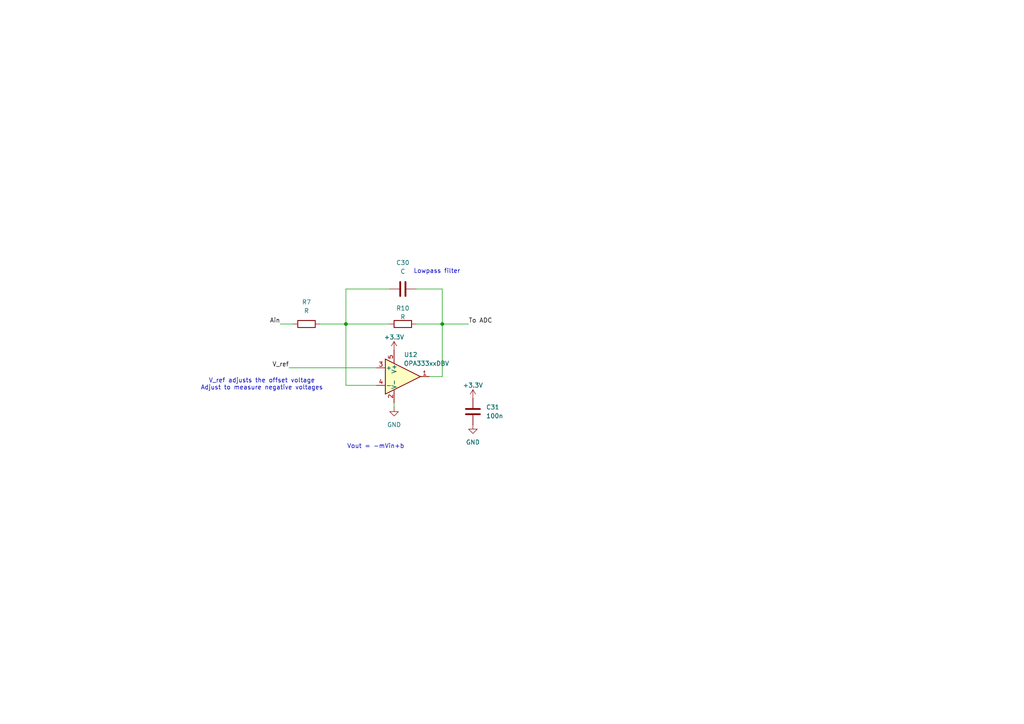
<source format=kicad_sch>
(kicad_sch (version 20231120) (generator "eeschema") (generator_version "8.0")
  (paper "A4")
  (lib_symbols
    (symbol "Amplifier_Operational:OPA333xxDBV" (pin_names (offset 0.127))
      (property "Reference" "U" (at -1.27 6.35 0))
      (property "Value" "OPA333xxDBV" (at -1.27 3.81 0))
      (symbol "OPA333xxDBV_0_1"
        (polyline (pts (xy -5.08 5.08) (xy 5.08 0) (xy -5.08 -5.08) (xy -5.08 5.08)) (stroke (width 0.254)) (fill (type background)))
        (pin power_in line (at -2.54 -7.62 90) (length 3.81) (name "V-") (number "2"))
        (pin power_in line (at -2.54 7.62 270) (length 3.81) (name "V+") (number "5"))
      )
      (symbol "OPA333xxDBV_1_1"
        (pin output line (at 7.62 0 180) (length 2.54) (name "~") (number "1"))
        (pin input line (at -7.62 2.54 0) (length 2.54) (name "+") (number "3"))
        (pin input line (at -7.62 -2.54 0) (length 2.54) (name "-") (number "4"))
      )
    )
    (symbol "Device:C" (pin_numbers hide) (pin_names (offset 0.254))
      (property "Reference" "C" (at 0.635 2.54 0))
      (property "Value" "C" (at 0.635 -2.54 0))
      (symbol "C_0_1"
        (polyline (pts (xy -2.032 -0.762) (xy 2.032 -0.762)) (stroke (width 0.508)))
        (polyline (pts (xy -2.032 0.762) (xy 2.032 0.762)) (stroke (width 0.508)))
      )
      (symbol "C_1_1"
        (pin passive line (at 0 3.81 270) (length 2.794) (name "~") (number "1"))
        (pin passive line (at 0 -3.81 90) (length 2.794) (name "~") (number "2"))
      )
    )
    (symbol "Device:R" (pin_numbers hide) (pin_names (offset 0))
      (property "Reference" "R" (at 2.032 0 90))
      (property "Value" "R" (at 0 0 90))
      (symbol "R_0_1"
        (rectangle (start -1.016 -2.54) (end 1.016 2.54) (stroke (width 0.254)))
      )
      (symbol "R_1_1"
        (pin passive line (at 0 3.81 270) (length 1.27) (name "~") (number "1"))
        (pin passive line (at 0 -3.81 90) (length 1.27) (name "~") (number "2"))
      )
    )
    (symbol "power:+3.3V" (power) (pin_numbers hide) (pin_names (offset 0) hide)
      (property "Value" "+3.3V" (at 0 3.556 0))
      (symbol "+3.3V_0_1"
        (polyline (pts (xy -0.762 1.27) (xy 0 2.54)))
        (polyline (pts (xy 0 0) (xy 0 2.54)))
        (polyline (pts (xy 0 2.54) (xy 0.762 1.27)))
      )
      (symbol "+3.3V_1_1"
        (pin power_in line (at 0 0 90) (length 0) (name "~") (number "1"))
      )
    )
    (symbol "power:GND" (power) (pin_numbers hide) (pin_names (offset 0) hide)
      (property "Value" "GND" (at 0 -3.81 0))
      (symbol "GND_0_1"
        (polyline (pts (xy 0 0) (xy 0 -1.27) (xy 1.27 -1.27) (xy 0 -2.54) (xy -1.27 -1.27) (xy 0 -1.27)))
      )
      (symbol "GND_1_1"
        (pin power_in line (at 0 0 270) (length 0) (name "~") (number "1"))
      )
    )
  )
  (junction (at 100.33 93.98))
  (junction (at 128.27 93.98))
  (wire (pts (xy 100.33 111.76) (xy 100.33 93.98)))
  (wire (pts (xy 113.03 83.82) (xy 100.33 83.82)))
  (wire (pts (xy 92.71 93.98) (xy 100.33 93.98)))
  (wire (pts (xy 128.27 93.98) (xy 135.89 93.98)))
  (wire (pts (xy 81.28 93.98) (xy 85.09 93.98)))
  (wire (pts (xy 120.65 93.98) (xy 128.27 93.98)))
  (wire (pts (xy 100.33 93.98) (xy 113.03 93.98)))
  (wire (pts (xy 128.27 93.98) (xy 128.27 109.22)))
  (wire (pts (xy 83.82 106.68) (xy 109.22 106.68)))
  (wire (pts (xy 100.33 83.82) (xy 100.33 93.98)))
  (wire (pts (xy 114.3 116.84) (xy 114.3 118.11)))
  (wire (pts (xy 100.33 111.76) (xy 109.22 111.76)))
  (wire (pts (xy 128.27 109.22) (xy 124.46 109.22)))
  (wire (pts (xy 120.65 83.82) (xy 128.27 83.82)))
  (wire (pts (xy 128.27 83.82) (xy 128.27 93.98)))
  (image (at 100.33 241.3) (scale 0.559208))
  (text "Lowpass filter\n" (at 126.746 78.74 0) (effects (font (size 1.27 1.27))))
  (text "Vout = -mVin+b" (at 108.966 129.54 0) (effects (font (size 1.27 1.27))))
  (text "V_ref adjusts the offset voltage\nAdjust to measure negative voltages\n" (at 75.946 111.506 0) (effects (font (size 1.27 1.27))))
  (label "To ADC" (at 135.89 93.98 0))
  (label "Ain" (at 81.28 93.98 180))
  (label "V_ref" (at 83.82 106.68 180))
  (symbol (lib_id "power:+3.3V") (at 137.16 115.57 0) (unit 1)
    (property "Reference" "#PWR011" (effects (hide yes)))
    (property "Value" "+3.3V" (at 137.16 111.76 0))
    (property "Description" "Power symbol creates a global label with name \"+3.3V\"" (effects (hide yes)))
  )
  (symbol (lib_id "Device:R") (at 116.84 93.98 90) (unit 1)
    (property "Reference" "R10" (at 116.84 89.408 90))
    (property "Value" "R" (at 116.84 91.948 90))
    (property "Description" "Resistor" (effects (hide yes)))
  )
  (symbol (lib_id "Device:C") (at 116.84 83.82 270) (unit 1)
    (property "Reference" "C30" (at 116.84 76.2 90))
    (property "Value" "C" (at 116.84 78.74 90))
    (property "Description" "Unpolarized capacitor" (effects (hide yes)))
  )
  (symbol (lib_id "power:GND") (at 114.3 118.11 0) (unit 1)
    (property "Reference" "#PWR012" (effects (hide yes)))
    (property "Value" "GND" (at 114.3 123.19 0))
    (property "Description" "Power symbol creates a global label with name \"GND\" , ground" (effects (hide yes)))
  )
  (symbol (lib_id "Device:R") (at 88.9 93.98 90) (unit 1)
    (property "Reference" "R7" (at 88.9 87.63 90))
    (property "Value" "R" (at 88.9 90.17 90))
    (property "Description" "Resistor" (effects (hide yes)))
  )
  (symbol (lib_id "power:+3.3V") (at 114.3 101.6 0) (unit 1)
    (property "Reference" "#PWR092" (effects (hide yes)))
    (property "Value" "+3.3V" (at 114.3 97.79 0))
    (property "Description" "Power symbol creates a global label with name \"+3.3V\"" (effects (hide yes)))
  )
  (symbol (lib_id "Device:C") (at 137.16 119.38 0) (unit 1)
    (property "Reference" "C31" (at 140.97 118.1099 0) (effects (justify left)))
    (property "Value" "100n" (at 140.97 120.6499 0) (effects (justify left)))
    (property "Description" "Unpolarized capacitor" (effects (hide yes)))
  )
  (symbol (lib_id "power:GND") (at 137.16 123.19 0) (unit 1)
    (property "Reference" "#PWR091" (effects (hide yes)))
    (property "Value" "GND" (at 137.16 128.27 0))
    (property "Description" "Power symbol creates a global label with name \"GND\" , ground" (effects (hide yes)))
  )
  (symbol (lib_id "Amplifier_Operational:OPA333xxDBV") (at 116.84 109.22 0) (unit 1)
    (property "Reference" "U12" (at 119.126 102.87 0))
    (property "Value" "OPA333xxDBV" (at 123.698 105.41 0))
    (property "Footprint" "Package_TO_SOT_SMD:SOT-23-5" (effects (hide yes)))
    (property "Datasheet" "http://www.ti.com/lit/ds/symlink/opa333.pdf" (effects (hide yes)))
    (property "Description" "Single 1.8V, microPower, CMOS Operational Amplifiers, Zero-Drift Series, SOT-23-5" (effects (hide yes)))
  )
)
</source>
